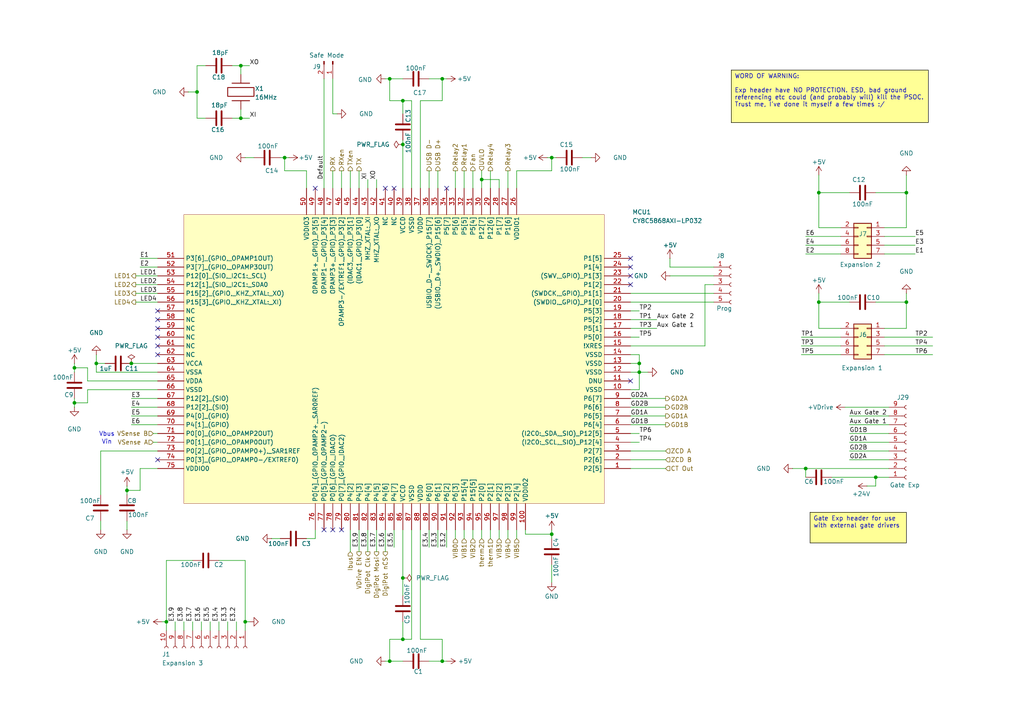
<source format=kicad_sch>
(kicad_sch (version 20231120) (generator "eeschema") (generator_version "8.0")
  (paper "A4")
  (lib_symbols
    (symbol "Connector:Conn_01x02_Pin" (pin_names (offset 1.016) hide)
      (property "Reference" "J" (at 0 2.54 0))
      (property "Value" "Conn_01x02_Pin" (at 0 -5.08 0))
      (symbol "Conn_01x02_Pin_1_1"
        (pin passive line (at 5.08 0 180) (length 3.81) (name "Pin_1") (number "1"))
        (pin passive line (at 5.08 -2.54 180) (length 3.81) (name "Pin_2") (number "2"))
      )
    )
    (symbol "Connector:Conn_01x05_Socket" (pin_names (offset 1.016) hide)
      (property "Reference" "J" (at 0 7.62 0))
      (property "Value" "Conn_01x05_Socket" (at 0 -7.62 0))
      (symbol "Conn_01x05_Socket_1_1"
        (pin passive line (at -5.08 5.08 0) (length 3.81) (name "Pin_1") (number "1"))
        (pin passive line (at -5.08 2.54 0) (length 3.81) (name "Pin_2") (number "2"))
        (pin passive line (at -5.08 0 0) (length 3.81) (name "Pin_3") (number "3"))
        (pin passive line (at -5.08 -2.54 0) (length 3.81) (name "Pin_4") (number "4"))
        (pin passive line (at -5.08 -5.08 0) (length 3.81) (name "Pin_5") (number "5"))
      )
    )
    (symbol "Connector:Conn_01x09_Socket" (pin_names (offset 1.016) hide)
      (property "Reference" "J" (at 0 12.7 0))
      (property "Value" "Conn_01x09_Socket" (at 0 -12.7 0))
      (symbol "Conn_01x09_Socket_1_1"
        (pin passive line (at -5.08 10.16 0) (length 3.81) (name "Pin_1") (number "1"))
        (pin passive line (at -5.08 7.62 0) (length 3.81) (name "Pin_2") (number "2"))
        (pin passive line (at -5.08 5.08 0) (length 3.81) (name "Pin_3") (number "3"))
        (pin passive line (at -5.08 2.54 0) (length 3.81) (name "Pin_4") (number "4"))
        (pin passive line (at -5.08 0 0) (length 3.81) (name "Pin_5") (number "5"))
        (pin passive line (at -5.08 -2.54 0) (length 3.81) (name "Pin_6") (number "6"))
        (pin passive line (at -5.08 -5.08 0) (length 3.81) (name "Pin_7") (number "7"))
        (pin passive line (at -5.08 -7.62 0) (length 3.81) (name "Pin_8") (number "8"))
        (pin passive line (at -5.08 -10.16 0) (length 3.81) (name "Pin_9") (number "9"))
      )
    )
    (symbol "Connector:Conn_01x10_Socket" (pin_names (offset 1.016) hide)
      (property "Reference" "J" (at 0 12.7 0))
      (property "Value" "Conn_01x10_Socket" (at 0 -15.24 0))
      (symbol "Conn_01x10_Socket_1_1"
        (pin passive line (at -5.08 10.16 0) (length 3.81) (name "Pin_1") (number "1"))
        (pin passive line (at -5.08 -12.7 0) (length 3.81) (name "Pin_10") (number "10"))
        (pin passive line (at -5.08 7.62 0) (length 3.81) (name "Pin_2") (number "2"))
        (pin passive line (at -5.08 5.08 0) (length 3.81) (name "Pin_3") (number "3"))
        (pin passive line (at -5.08 2.54 0) (length 3.81) (name "Pin_4") (number "4"))
        (pin passive line (at -5.08 0 0) (length 3.81) (name "Pin_5") (number "5"))
        (pin passive line (at -5.08 -2.54 0) (length 3.81) (name "Pin_6") (number "6"))
        (pin passive line (at -5.08 -5.08 0) (length 3.81) (name "Pin_7") (number "7"))
        (pin passive line (at -5.08 -7.62 0) (length 3.81) (name "Pin_8") (number "8"))
        (pin passive line (at -5.08 -10.16 0) (length 3.81) (name "Pin_9") (number "9"))
      )
    )
    (symbol "Connector_Generic:Conn_02x04_Odd_Even" (pin_names (offset 1.016) hide)
      (property "Reference" "J" (at 1.27 5.08 0))
      (property "Value" "Conn_02x04_Odd_Even" (at 1.27 -7.62 0))
      (symbol "Conn_02x04_Odd_Even_1_1"
        (pin passive line (at -5.08 2.54 0) (length 3.81) (name "Pin_1") (number "1"))
        (pin passive line (at 7.62 2.54 180) (length 3.81) (name "Pin_2") (number "2"))
        (pin passive line (at -5.08 0 0) (length 3.81) (name "Pin_3") (number "3"))
        (pin passive line (at 7.62 0 180) (length 3.81) (name "Pin_4") (number "4"))
        (pin passive line (at -5.08 -2.54 0) (length 3.81) (name "Pin_5") (number "5"))
        (pin passive line (at 7.62 -2.54 180) (length 3.81) (name "Pin_6") (number "6"))
        (pin passive line (at -5.08 -5.08 0) (length 3.81) (name "Pin_7") (number "7"))
        (pin passive line (at 7.62 -5.08 180) (length 3.81) (name "Pin_8") (number "8"))
      )
    )
    (symbol "Device:C" (pin_numbers hide) (pin_names (offset 0.254))
      (property "Reference" "C" (at 0.635 2.54 0))
      (property "Value" "C" (at 0.635 -2.54 0))
      (symbol "C_1_1"
        (pin passive line (at 0 3.81 270) (length 2.794) (name "~") (number "1"))
        (pin passive line (at 0 -3.81 90) (length 2.794) (name "~") (number "2"))
      )
    )
    (symbol "UD3_Symbols:Controller_1_Quarz crystal"
      (symbol "Controller_1_Quarz crystal_1_0"
        (pin passive line (at 0 5.08 270) (length 2.54) (name "23") (number "1"))
        (pin passive line (at 0 -5.08 90) (length 2.54) (name "24") (number "2"))
      )
    )
    (symbol "UD3_Symbols:Controller_2_CY8C5466AXI-064"
      (symbol "Controller_2_CY8C5466AXI-064_1_0"
        (pin bidirectional line (at 66.04 -27.94 180) (length 7.62) (name "P2[5]") (number "1"))
        (pin power_in line (at 66.04 -5.08 180) (length 7.62) (name "VSSD") (number "10"))
        (pin passive line (at 35.56 -45.72 90) (length 7.62) (name "VDDIO2") (number "100"))
        (pin passive line (at 66.04 -2.54 180) (length 7.62) (name "DNU") (number "11"))
        (pin power_in line (at 66.04 0 180) (length 7.62) (name "VSSD") (number "12"))
        (pin power_in line (at 66.04 2.54 180) (length 7.62) (name "VSSD") (number "13"))
        (pin power_in line (at 66.04 5.08 180) (length 7.62) (name "VSSD") (number "14"))
        (pin passive line (at 66.04 7.62 180) (length 7.62) (name "!XRES") (number "15"))
        (pin bidirectional line (at 66.04 10.16 180) (length 7.62) (name "P5[0]") (number "16"))
        (pin bidirectional line (at 66.04 12.7 180) (length 7.62) (name "P5[1]") (number "17"))
        (pin bidirectional line (at 66.04 15.24 180) (length 7.62) (name "P5[2]") (number "18"))
        (pin bidirectional line (at 66.04 17.78 180) (length 7.62) (name "P5[3]") (number "19"))
        (pin bidirectional line (at 66.04 -25.4 180) (length 7.62) (name "P2[6]") (number "2"))
        (pin bidirectional line (at 66.04 20.32 180) (length 7.62) (name "(SWDIO,_GPIO)_P1[0]") (number "20"))
        (pin bidirectional line (at 66.04 22.86 180) (length 7.62) (name "(SWDCK,_GPIO)_P1[1]") (number "21"))
        (pin bidirectional line (at 66.04 25.4 180) (length 7.62) (name "P1[2]") (number "22"))
        (pin bidirectional line (at 66.04 27.94 180) (length 7.62) (name "(SWV,_GPIO)_P1[3]") (number "23"))
        (pin bidirectional line (at 66.04 30.48 180) (length 7.62) (name "P1[4]") (number "24"))
        (pin bidirectional line (at 66.04 33.02 180) (length 7.62) (name "P1[5]") (number "25"))
        (pin power_in line (at 33.02 53.34 270) (length 7.62) (name "VDDIO1") (number "26"))
        (pin bidirectional line (at 30.48 53.34 270) (length 7.62) (name "P1[6]") (number "27"))
        (pin bidirectional line (at 27.94 53.34 270) (length 7.62) (name "P1[7]") (number "28"))
        (pin bidirectional line (at 25.4 53.34 270) (length 7.62) (name "P12[6]") (number "29"))
        (pin bidirectional line (at 66.04 -22.86 180) (length 7.62) (name "P2[7]") (number "3"))
        (pin bidirectional line (at 22.86 53.34 270) (length 7.62) (name "P12[7]") (number "30"))
        (pin bidirectional line (at 20.32 53.34 270) (length 7.62) (name "P5[4]") (number "31"))
        (pin bidirectional line (at 17.78 53.34 270) (length 7.62) (name "P5[5]") (number "32"))
        (pin bidirectional line (at 15.24 53.34 270) (length 7.62) (name "P5[6]") (number "33"))
        (pin bidirectional line (at 12.7 53.34 270) (length 7.62) (name "P5[7]") (number "34"))
        (pin bidirectional line (at 10.16 53.34 270) (length 7.62) (name "(USBIO,_D+,_SWDIO)_P15[6]") (number "35"))
        (pin bidirectional line (at 7.62 53.34 270) (length 7.62) (name "USBIO,_D-,_SWDCK)_P15[7]") (number "36"))
        (pin power_in line (at 5.08 53.34 270) (length 7.62) (name "VDDD") (number "37"))
        (pin power_in line (at 2.54 53.34 270) (length 7.62) (name "VSSD") (number "38"))
        (pin power_in line (at 0 53.34 270) (length 7.62) (name "VCCD") (number "39"))
        (pin bidirectional line (at 66.04 -20.32 180) (length 7.62) (name "(I2C0:_SCL,_SIO)_P12[4]") (number "4"))
        (pin passive line (at -2.54 53.34 270) (length 7.62) (name "NC") (number "40"))
        (pin passive line (at -5.08 53.34 270) (length 7.62) (name "NC") (number "41"))
        (pin passive line (at -7.62 53.34 270) (length 7.62) (name "MHZ_XTAL:_XO") (number "42"))
        (pin passive line (at -10.16 53.34 270) (length 7.62) (name "MHZ_XTAL:_XI") (number "43"))
        (pin bidirectional line (at -12.7 53.34 270) (length 7.62) (name "(IDAC1,_GPIO)_P3[0]") (number "44"))
        (pin bidirectional line (at -15.24 53.34 270) (length 7.62) (name "(IDAC3,_GPIO)_P3[1]") (number "45"))
        (pin bidirectional line (at -17.78 53.34 270) (length 7.62) (name "OPAMP3-/EXTREF1,_GPIO)_P3[2]") (number "46"))
        (pin bidirectional line (at -20.32 53.34 270) (length 7.62) (name "OPAMP3+,_GPIO)_P3[3]") (number "47"))
        (pin bidirectional line (at -22.86 53.34 270) (length 7.62) (name "OPAMP1-,_GPIO)_P3[4]") (number "48"))
        (pin bidirectional line (at -25.4 53.34 270) (length 7.62) (name "OPAMP1+,_GPIO)_P3[5]") (number "49"))
        (pin bidirectional line (at 66.04 -17.78 180) (length 7.62) (name "(I2C0:_SDA,_SIO)_P12[5]") (number "5"))
        (pin power_in line (at -27.94 53.34 270) (length 7.62) (name "VDDIO3") (number "50"))
        (pin bidirectional line (at -71.12 33.02 0) (length 7.62) (name "P3[6]_(GPIO,_OPAMP1OUT)") (number "51"))
        (pin bidirectional line (at -71.12 30.48 0) (length 7.62) (name "P3[7]_(GPIO,_OPAMP3OUT)") (number "52"))
        (pin bidirectional line (at -71.12 27.94 0) (length 7.62) (name "P12[0]_(SIO,_I2C1:_SCL)") (number "53"))
        (pin bidirectional line (at -71.12 25.4 0) (length 7.62) (name "P12[1]_(SIO,_I2C1:_SDA0") (number "54"))
        (pin bidirectional line (at -71.12 22.86 0) (length 7.62) (name "P15[2]_(GPIO,_KHZ_XTAL:_XO)") (number "55"))
        (pin bidirectional line (at -71.12 20.32 0) (length 7.62) (name "P15[3]_(GPIO,_KHZ_XTAL:_XI)") (number "56"))
        (pin passive line (at -71.12 17.78 0) (length 7.62) (name "NC") (number "57"))
        (pin passive line (at -71.12 15.24 0) (length 7.62) (name "NC") (number "58"))
        (pin passive line (at -71.12 12.7 0) (length 7.62) (name "NC") (number "59"))
        (pin bidirectional line (at 66.04 -15.24 180) (length 7.62) (name "P6[4]") (number "6"))
        (pin passive line (at -71.12 10.16 0) (length 7.62) (name "NC") (number "60"))
        (pin passive line (at -71.12 7.62 0) (length 7.62) (name "NC") (number "61"))
        (pin passive line (at -71.12 5.08 0) (length 7.62) (name "NC") (number "62"))
        (pin power_in line (at -71.12 2.54 0) (length 7.62) (name "VCCA") (number "63"))
        (pin power_in line (at -71.12 0 0) (length 7.62) (name "VSSA") (number "64"))
        (pin power_in line (at -71.12 -2.54 0) (length 7.62) (name "VDDA") (number "65"))
        (pin power_in line (at -71.12 -5.08 0) (length 7.62) (name "VSSD") (number "66"))
        (pin bidirectional line (at -71.12 -7.62 0) (length 7.62) (name "P12[2]_(SIO)") (number "67"))
        (pin bidirectional line (at -71.12 -10.16 0) (length 7.62) (name "P12[2]_(SIO)") (number "68"))
        (pin bidirectional line (at -71.12 -12.7 0) (length 7.62) (name "P4[0]_(GPIO)") (number "69"))
        (pin bidirectional line (at 66.04 -12.7 180) (length 7.62) (name "P6[5]") (number "7"))
        (pin bidirectional line (at -71.12 -15.24 0) (length 7.62) (name "P4[1]_(GPIO)") (number "70"))
        (pin bidirectional line (at -71.12 -17.78 0) (length 7.62) (name "P0[0]_(GPIO,_OPAMP2OUT)") (number "71"))
        (pin bidirectional line (at -71.12 -20.32 0) (length 7.62) (name "P0[1]_(GPIO,_OPAMP0OUT)") (number "72"))
        (pin bidirectional line (at -71.12 -22.86 0) (length 7.62) (name "P0[2]_(GPIO,_OPAMP0+),_SAR1REF") (number "73"))
        (pin bidirectional line (at -71.12 -25.4 0) (length 7.62) (name "P0[3]_(GPIO,_OPAMP0-/EXTREF0)") (number "74"))
        (pin power_in line (at -71.12 -27.94 0) (length 7.62) (name "VDDIO0") (number "75"))
        (pin bidirectional line (at -25.4 -45.72 90) (length 7.62) (name "P0[4]_(GPIO,_OPAMP2+,_SAR0REF)") (number "76"))
        (pin bidirectional line (at -22.86 -45.72 90) (length 7.62) (name "P0[5]_(GPIO,_OPAMP2-)") (number "77"))
        (pin bidirectional line (at -20.32 -45.72 90) (length 7.62) (name "P0[6]_(GPIO,_IDAC0)") (number "78"))
        (pin bidirectional line (at -17.78 -45.72 90) (length 7.62) (name "P0[7]_(GPIO,_IDAC2)") (number "79"))
        (pin bidirectional line (at 66.04 -10.16 180) (length 7.62) (name "P6[6]") (number "8"))
        (pin bidirectional line (at -15.24 -45.72 90) (length 7.62) (name "P4[2]") (number "80"))
        (pin bidirectional line (at -12.7 -45.72 90) (length 7.62) (name "P4[3]") (number "81"))
        (pin bidirectional line (at -10.16 -45.72 90) (length 7.62) (name "P4[4]") (number "82"))
        (pin bidirectional line (at -7.62 -45.72 90) (length 7.62) (name "P4[5]") (number "83"))
        (pin bidirectional line (at -5.08 -45.72 90) (length 7.62) (name "P4[6]") (number "84"))
        (pin bidirectional line (at -2.54 -45.72 90) (length 7.62) (name "P4[7]") (number "85"))
        (pin power_in line (at 0 -45.72 90) (length 7.62) (name "VCCD") (number "86"))
        (pin power_in line (at 2.54 -45.72 90) (length 7.62) (name "VSSD") (number "87"))
        (pin power_in line (at 5.08 -45.72 90) (length 7.62) (name "VDDD") (number "88"))
        (pin bidirectional line (at 7.62 -45.72 90) (length 7.62) (name "P6[0]") (number "89"))
        (pin bidirectional line (at 66.04 -7.62 180) (length 7.62) (name "P6[7]") (number "9"))
        (pin bidirectional line (at 10.16 -45.72 90) (length 7.62) (name "P6[1]") (number "90"))
        (pin bidirectional line (at 12.7 -45.72 90) (length 7.62) (name "P6[2]") (number "91"))
        (pin bidirectional line (at 15.24 -45.72 90) (length 7.62) (name "P6[3]") (number "92"))
        (pin bidirectional line (at 17.78 -45.72 90) (length 7.62) (name "P15[4]") (number "93"))
        (pin bidirectional line (at 20.32 -45.72 90) (length 7.62) (name "P15[5]") (number "94"))
        (pin bidirectional line (at 22.86 -45.72 90) (length 7.62) (name "P2[0]") (number "95"))
        (pin bidirectional line (at 25.4 -45.72 90) (length 7.62) (name "P2[1]") (number "96"))
        (pin bidirectional line (at 27.94 -45.72 90) (length 7.62) (name "P2[2]") (number "97"))
        (pin bidirectional line (at 30.48 -45.72 90) (length 7.62) (name "P2[3]") (number "98"))
        (pin bidirectional line (at 33.02 -45.72 90) (length 7.62) (name "P2[4]") (number "99"))
      )
    )
    (symbol "power:+24V" (power) (pin_numbers hide) (pin_names (offset 0) hide)
      (property "Value" "+24V" (at 0 3.556 0))
      (symbol "+24V_1_1"
        (pin power_in line (at 0 0 90) (length 0) (name "~") (number "1"))
      )
    )
    (symbol "power:+5V" (power) (pin_numbers hide) (pin_names (offset 0) hide)
      (property "Value" "+5V" (at 0 3.556 0))
      (symbol "+5V_1_1"
        (pin power_in line (at 0 0 90) (length 0) (name "~") (number "1"))
      )
    )
    (symbol "power:GND" (power) (pin_numbers hide) (pin_names (offset 0) hide)
      (property "Value" "GND" (at 0 -3.81 0))
      (symbol "GND_1_1"
        (pin power_in line (at 0 0 270) (length 0) (name "~") (number "1"))
      )
    )
    (symbol "power:PWR_FLAG" (power) (pin_numbers hide) (pin_names (offset 0) hide)
      (property "Value" "PWR_FLAG" (at 0 3.81 0))
      (symbol "PWR_FLAG_0_0"
        (pin power_out line (at 0 0 90) (length 0) (name "~") (number "1"))
      )
    )
    (symbol "power:Vdrive" (power) (pin_numbers hide) (pin_names (offset 0) hide)
      (property "Value" "Vdrive" (at 0 3.556 0))
      (symbol "Vdrive_1_1"
        (pin power_in line (at 0 0 90) (length 0) (name "~") (number "1"))
      )
    )
  )
  (junction (at 27.94 105.41))
  (junction (at 262.89 87.63))
  (junction (at 128.27 22.86))
  (junction (at 185.42 107.95))
  (junction (at 21.59 106.68))
  (junction (at 116.84 185.42))
  (junction (at 113.03 191.77))
  (junction (at 71.12 180.34))
  (junction (at 57.15 26.67))
  (junction (at 160.02 45.72))
  (junction (at 237.49 87.63))
  (junction (at 254 138.43))
  (junction (at 116.84 41.91))
  (junction (at 185.42 105.41))
  (junction (at 38.1 105.41))
  (junction (at 116.84 167.64))
  (junction (at 113.03 22.86))
  (junction (at 82.55 45.72))
  (junction (at 128.27 191.77))
  (junction (at 21.59 116.84))
  (junction (at 116.84 29.21))
  (junction (at 160.02 154.94))
  (junction (at 69.85 19.05))
  (junction (at 237.49 55.88))
  (junction (at 262.89 55.88))
  (junction (at 69.85 34.29))
  (junction (at 139.7 52.07))
  (junction (at 48.26 180.34))
  (junction (at 36.83 142.24))
  (junction (at 233.68 135.89))
  (no_connect (at 45.72 102.87))
  (no_connect (at 111.76 54.61))
  (no_connect (at 114.3 54.61))
  (no_connect (at 93.98 153.67))
  (no_connect (at 129.54 54.61))
  (no_connect (at 182.88 110.49))
  (no_connect (at 182.88 74.93))
  (no_connect (at 45.72 100.33))
  (no_connect (at 96.52 153.67))
  (no_connect (at 182.88 82.55))
  (no_connect (at 99.06 153.67))
  (no_connect (at 45.72 90.17))
  (no_connect (at 45.72 133.35))
  (no_connect (at 91.44 54.61))
  (no_connect (at 182.88 80.01))
  (no_connect (at 45.72 95.25))
  (no_connect (at 45.72 92.71))
  (no_connect (at 45.72 97.79))
  (no_connect (at 182.88 77.47))
  (wire (pts (xy 119.38 29.21) (xy 116.84 29.21)))
  (wire (pts (xy 187.96 107.95) (xy 185.42 107.95)))
  (wire (pts (xy 96.52 22.86) (xy 96.52 33.02)))
  (wire (pts (xy 237.49 50.8) (xy 237.49 55.88)))
  (wire (pts (xy 69.85 21.59) (xy 69.85 19.05)))
  (wire (pts (xy 257.81 128.27) (xy 246.38 128.27)))
  (wire (pts (xy 57.15 34.29) (xy 59.69 34.29)))
  (wire (pts (xy 190.5 95.25) (xy 182.88 95.25)))
  (wire (pts (xy 254 87.63) (xy 262.89 87.63)))
  (wire (pts (xy 134.62 54.61) (xy 134.62 49.53)))
  (wire (pts (xy 111.76 153.67) (xy 111.76 160.02)))
  (wire (pts (xy 142.24 54.61) (xy 142.24 49.53)))
  (wire (pts (xy 78.74 156.21) (xy 81.28 156.21)))
  (wire (pts (xy 66.04 180.34) (xy 66.04 182.88)))
  (wire (pts (xy 254 55.88) (xy 262.89 55.88)))
  (wire (pts (xy 256.54 97.79) (xy 270.51 97.79)))
  (wire (pts (xy 121.92 29.21) (xy 121.92 54.61)))
  (wire (pts (xy 262.89 55.88) (xy 262.89 66.04)))
  (wire (pts (xy 149.86 156.21) (xy 149.86 153.67)))
  (wire (pts (xy 57.15 19.05) (xy 57.15 26.67)))
  (wire (pts (xy 182.88 135.89) (xy 193.04 135.89)))
  (wire (pts (xy 72.39 34.29) (xy 69.85 34.29)))
  (wire (pts (xy 36.83 142.24) (xy 40.64 142.24)))
  (wire (pts (xy 29.21 153.67) (xy 29.21 151.13)))
  (wire (pts (xy 96.52 49.53) (xy 96.52 54.61)))
  (wire (pts (xy 144.78 52.07) (xy 139.7 52.07)))
  (wire (pts (xy 232.41 97.79) (xy 243.84 97.79)))
  (wire (pts (xy 71.12 162.56) (xy 71.12 180.34)))
  (wire (pts (xy 232.41 100.33) (xy 243.84 100.33)))
  (wire (pts (xy 229.87 135.89) (xy 233.68 135.89)))
  (wire (pts (xy 256.54 102.87) (xy 270.51 102.87)))
  (wire (pts (xy 265.43 73.66) (xy 256.54 73.66)))
  (wire (pts (xy 27.94 105.41) (xy 30.48 105.41)))
  (wire (pts (xy 50.8 182.88) (xy 50.8 180.34)))
  (wire (pts (xy 48.26 162.56) (xy 48.26 180.34)))
  (wire (pts (xy 182.88 90.17) (xy 185.42 90.17)))
  (wire (pts (xy 137.16 156.21) (xy 137.16 153.67)))
  (wire (pts (xy 67.31 34.29) (xy 69.85 34.29)))
  (wire (pts (xy 109.22 52.07) (xy 109.22 54.61)))
  (wire (pts (xy 68.58 180.34) (xy 68.58 182.88)))
  (wire (pts (xy 60.96 180.34) (xy 60.96 182.88)))
  (wire (pts (xy 45.72 80.01) (xy 39.37 80.01)))
  (wire (pts (xy 63.5 162.56) (xy 71.12 162.56)))
  (wire (pts (xy 40.64 142.24) (xy 40.64 135.89)))
  (wire (pts (xy 21.59 106.68) (xy 21.59 107.95)))
  (wire (pts (xy 124.46 22.86) (xy 128.27 22.86)))
  (wire (pts (xy 193.04 115.57) (xy 182.88 115.57)))
  (wire (pts (xy 45.72 113.03) (xy 25.4 113.03)))
  (wire (pts (xy 142.24 153.67) (xy 142.24 156.21)))
  (wire (pts (xy 116.84 41.91) (xy 116.84 54.61)))
  (wire (pts (xy 104.14 49.53) (xy 104.14 54.61)))
  (wire (pts (xy 38.1 105.41) (xy 45.72 105.41)))
  (wire (pts (xy 45.72 118.11) (xy 38.1 118.11)))
  (wire (pts (xy 262.89 87.63) (xy 262.89 85.09)))
  (wire (pts (xy 119.38 54.61) (xy 119.38 29.21)))
  (wire (pts (xy 113.03 191.77) (xy 116.84 191.77)))
  (wire (pts (xy 93.98 22.86) (xy 93.98 54.61)))
  (wire (pts (xy 182.88 102.87) (xy 185.42 102.87)))
  (wire (pts (xy 116.84 29.21) (xy 116.84 33.02)))
  (wire (pts (xy 265.43 68.58) (xy 256.54 68.58)))
  (wire (pts (xy 246.38 55.88) (xy 237.49 55.88)))
  (wire (pts (xy 237.49 87.63) (xy 237.49 95.25)))
  (wire (pts (xy 58.42 180.34) (xy 58.42 182.88)))
  (wire (pts (xy 204.47 100.33) (xy 204.47 82.55)))
  (wire (pts (xy 193.04 120.65) (xy 182.88 120.65)))
  (wire (pts (xy 147.32 54.61) (xy 147.32 49.53)))
  (wire (pts (xy 124.46 54.61) (xy 124.46 49.53)))
  (wire (pts (xy 71.12 180.34) (xy 72.39 180.34)))
  (wire (pts (xy 72.39 19.05) (xy 69.85 19.05)))
  (wire (pts (xy 45.72 125.73) (xy 44.45 125.73)))
  (wire (pts (xy 96.52 33.02) (xy 97.79 33.02)))
  (wire (pts (xy 39.37 82.55) (xy 45.72 82.55)))
  (wire (pts (xy 63.5 180.34) (xy 63.5 182.88)))
  (wire (pts (xy 113.03 22.86) (xy 116.84 22.86)))
  (wire (pts (xy 149.86 49.53) (xy 149.86 54.61)))
  (wire (pts (xy 144.78 156.21) (xy 144.78 153.67)))
  (wire (pts (xy 48.26 180.34) (xy 46.99 180.34)))
  (wire (pts (xy 232.41 102.87) (xy 243.84 102.87)))
  (wire (pts (xy 246.38 120.65) (xy 257.81 120.65)))
  (wire (pts (xy 233.68 71.12) (xy 243.84 71.12)))
  (wire (pts (xy 48.26 182.88) (xy 48.26 180.34)))
  (wire (pts (xy 45.72 120.65) (xy 38.1 120.65)))
  (wire (pts (xy 193.04 118.11) (xy 182.88 118.11)))
  (wire (pts (xy 233.68 135.89) (xy 257.81 135.89)))
  (wire (pts (xy 194.31 80.01) (xy 207.01 80.01)))
  (wire (pts (xy 124.46 191.77) (xy 128.27 191.77)))
  (wire (pts (xy 116.84 40.64) (xy 116.84 41.91)))
  (wire (pts (xy 237.49 66.04) (xy 243.84 66.04)))
  (wire (pts (xy 149.86 49.53) (xy 160.02 49.53)))
  (wire (pts (xy 182.88 107.95) (xy 185.42 107.95)))
  (wire (pts (xy 116.84 167.64) (xy 116.84 153.67)))
  (wire (pts (xy 185.42 113.03) (xy 182.88 113.03)))
  (wire (pts (xy 257.81 125.73) (xy 246.38 125.73)))
  (wire (pts (xy 182.88 100.33) (xy 204.47 100.33)))
  (wire (pts (xy 182.88 128.27) (xy 185.42 128.27)))
  (wire (pts (xy 160.02 156.21) (xy 160.02 154.94)))
  (wire (pts (xy 182.88 105.41) (xy 185.42 105.41)))
  (wire (pts (xy 182.88 85.09) (xy 207.01 85.09)))
  (wire (pts (xy 128.27 191.77) (xy 128.27 185.42)))
  (wire (pts (xy 55.88 180.34) (xy 55.88 182.88)))
  (wire (pts (xy 139.7 49.53) (xy 139.7 52.07)))
  (wire (pts (xy 182.88 97.79) (xy 185.42 97.79)))
  (wire (pts (xy 116.84 185.42) (xy 116.84 180.34)))
  (wire (pts (xy 185.42 105.41) (xy 185.42 107.95)))
  (wire (pts (xy 185.42 107.95) (xy 185.42 113.03)))
  (wire (pts (xy 160.02 45.72) (xy 160.02 49.53)))
  (wire (pts (xy 45.72 85.09) (xy 39.37 85.09)))
  (wire (pts (xy 233.68 68.58) (xy 243.84 68.58)))
  (wire (pts (xy 25.4 110.49) (xy 45.72 110.49)))
  (wire (pts (xy 116.84 172.72) (xy 116.84 167.64)))
  (wire (pts (xy 53.34 180.34) (xy 53.34 182.88)))
  (wire (pts (xy 21.59 106.68) (xy 25.4 106.68)))
  (wire (pts (xy 139.7 153.67) (xy 139.7 156.21)))
  (wire (pts (xy 54.61 26.67) (xy 57.15 26.67)))
  (wire (pts (xy 45.72 115.57) (xy 38.1 115.57)))
  (wire (pts (xy 182.88 87.63) (xy 207.01 87.63)))
  (wire (pts (xy 121.92 185.42) (xy 121.92 153.67)))
  (wire (pts (xy 256.54 100.33) (xy 270.51 100.33)))
  (wire (pts (xy 147.32 156.21) (xy 147.32 153.67)))
  (wire (pts (xy 25.4 106.68) (xy 25.4 110.49)))
  (wire (pts (xy 237.49 85.09) (xy 237.49 87.63)))
  (wire (pts (xy 29.21 143.51) (xy 29.21 130.81)))
  (wire (pts (xy 137.16 54.61) (xy 137.16 49.53)))
  (wire (pts (xy 139.7 52.07) (xy 139.7 54.61)))
  (wire (pts (xy 237.49 55.88) (xy 237.49 66.04)))
  (wire (pts (xy 128.27 29.21) (xy 121.92 29.21)))
  (wire (pts (xy 109.22 153.67) (xy 109.22 160.02)))
  (wire (pts (xy 113.03 29.21) (xy 113.03 22.86)))
  (wire (pts (xy 45.72 123.19) (xy 38.1 123.19)))
  (wire (pts (xy 144.78 54.61) (xy 144.78 52.07)))
  (wire (pts (xy 27.94 107.95) (xy 27.94 105.41)))
  (wire (pts (xy 182.88 125.73) (xy 185.42 125.73)))
  (wire (pts (xy 251.46 140.97) (xy 254 140.97)))
  (wire (pts (xy 254 140.97) (xy 254 138.43)))
  (wire (pts (xy 114.3 158.75) (xy 114.3 153.67)))
  (wire (pts (xy 204.47 82.55) (xy 207.01 82.55)))
  (wire (pts (xy 182.88 133.35) (xy 193.04 133.35)))
  (wire (pts (xy 127 158.75) (xy 127 153.67)))
  (wire (pts (xy 104.14 153.67) (xy 104.14 160.02)))
  (wire (pts (xy 127 49.53) (xy 127 54.61)))
  (wire (pts (xy 160.02 154.94) (xy 160.02 153.67)))
  (wire (pts (xy 245.11 118.11) (xy 257.81 118.11)))
  (wire (pts (xy 171.45 45.72) (xy 168.91 45.72)))
  (wire (pts (xy 111.76 191.77) (xy 113.03 191.77)))
  (wire (pts (xy 36.83 143.51) (xy 36.83 142.24)))
  (wire (pts (xy 257.81 133.35) (xy 246.38 133.35)))
  (wire (pts (xy 160.02 168.91) (xy 160.02 163.83)))
  (wire (pts (xy 21.59 118.11) (xy 21.59 116.84)))
  (wire (pts (xy 194.31 74.93) (xy 194.31 77.47)))
  (wire (pts (xy 254 138.43) (xy 257.81 138.43)))
  (wire (pts (xy 21.59 105.41) (xy 21.59 106.68)))
  (wire (pts (xy 116.84 29.21) (xy 113.03 29.21)))
  (wire (pts (xy 254 138.43) (xy 241.3 138.43)))
  (wire (pts (xy 233.68 138.43) (xy 233.68 135.89)))
  (wire (pts (xy 129.54 191.77) (xy 128.27 191.77)))
  (wire (pts (xy 161.29 45.72) (xy 160.02 45.72)))
  (wire (pts (xy 99.06 49.53) (xy 99.06 54.61)))
  (wire (pts (xy 55.88 162.56) (xy 48.26 162.56)))
  (wire (pts (xy 194.31 77.47) (xy 207.01 77.47)))
  (wire (pts (xy 129.54 158.75) (xy 129.54 153.67)))
  (wire (pts (xy 36.83 153.67) (xy 36.83 151.13)))
  (wire (pts (xy 152.4 154.94) (xy 160.02 154.94)))
  (wire (pts (xy 237.49 95.25) (xy 243.84 95.25)))
  (wire (pts (xy 233.68 73.66) (xy 243.84 73.66)))
  (wire (pts (xy 256.54 95.25) (xy 262.89 95.25)))
  (wire (pts (xy 45.72 107.95) (xy 27.94 107.95)))
  (wire (pts (xy 91.44 156.21) (xy 91.44 153.67)))
  (wire (pts (xy 88.9 49.53) (xy 88.9 54.61)))
  (wire (pts (xy 132.08 49.53) (xy 132.08 54.61)))
  (wire (pts (xy 113.03 185.42) (xy 116.84 185.42)))
  (wire (pts (xy 29.21 130.81) (xy 45.72 130.81)))
  (wire (pts (xy 106.68 153.67) (xy 106.68 160.02)))
  (wire (pts (xy 128.27 22.86) (xy 128.27 29.21)))
  (wire (pts (xy 152.4 153.67) (xy 152.4 154.94)))
  (wire (pts (xy 88.9 156.21) (xy 91.44 156.21)))
  (wire (pts (xy 81.28 45.72) (xy 82.55 45.72)))
  (wire (pts (xy 257.81 130.81) (xy 246.38 130.81)))
  (wire (pts (xy 59.69 19.05) (xy 57.15 19.05)))
  (wire (pts (xy 262.89 95.25) (xy 262.89 87.63)))
  (wire (pts (xy 132.08 156.21) (xy 132.08 153.67)))
  (wire (pts (xy 71.12 45.72) (xy 73.66 45.72)))
  (wire (pts (xy 21.59 116.84) (xy 21.59 115.57)))
  (wire (pts (xy 101.6 153.67) (xy 101.6 160.02)))
  (wire (pts (xy 45.72 77.47) (xy 40.64 77.47)))
  (wire (pts (xy 182.88 130.81) (xy 193.04 130.81)))
  (wire (pts (xy 116.84 185.42) (xy 119.38 185.42)))
  (wire (pts (xy 82.55 49.53) (xy 88.9 49.53)))
  (wire (pts (xy 246.38 123.19) (xy 257.81 123.19)))
  (wire (pts (xy 111.76 22.86) (xy 113.03 22.86)))
  (wire (pts (xy 185.42 102.87) (xy 185.42 105.41)))
  (wire (pts (xy 193.04 123.19) (xy 182.88 123.19)))
  (wire (pts (xy 69.85 34.29) (xy 69.85 31.75)))
  (wire (pts (xy 129.54 22.86) (xy 128.27 22.86)))
  (wire (pts (xy 119.38 185.42) (xy 119.38 153.67)))
  (wire (pts (xy 25.4 116.84) (xy 21.59 116.84)))
  (wire (pts (xy 39.37 87.63) (xy 45.72 87.63)))
  (wire (pts (xy 71.12 182.88) (xy 71.12 180.34)))
  (wire (pts (xy 124.46 158.75) (xy 124.46 153.67)))
  (wire (pts (xy 106.68 52.07) (xy 106.68 54.61)))
  (wire (pts (xy 27.94 102.87) (xy 27.94 105.41)))
  (wire (pts (xy 69.85 19.05) (xy 67.31 19.05)))
  (wire (pts (xy 262.89 50.8) (xy 262.89 55.88)))
  (wire (pts (xy 160.02 45.72) (xy 158.75 45.72)))
  (wire (pts (xy 262.89 66.04) (xy 256.54 66.04)))
  (wire (pts (xy 82.55 45.72) (xy 82.55 49.53)))
  (wire (pts (xy 113.03 191.77) (xy 113.03 185.42)))
  (wire (pts (xy 25.4 113.03) (xy 25.4 116.84)))
  (wire (pts (xy 40.64 135.89) (xy 45.72 135.89)))
  (wire (pts (xy 82.55 45.72) (xy 83.82 45.72)))
  (wire (pts (xy 45.72 74.93) (xy 40.64 74.93)))
  (wire (pts (xy 246.38 87.63) (xy 237.49 87.63)))
  (wire (pts (xy 36.83 142.24) (xy 36.83 140.97)))
  (wire (pts (xy 134.62 156.21) (xy 134.62 153.67)))
  (wire (pts (xy 190.5 92.71) (xy 182.88 92.71)))
  (wire (pts (xy 45.72 128.27) (xy 44.45 128.27)))
  (wire (pts (xy 128.27 185.42) (xy 121.92 185.42)))
  (wire (pts (xy 101.6 49.53) (xy 101.6 54.61)))
  (wire (pts (xy 265.43 71.12) (xy 256.54 71.12)))
  (wire (pts (xy 57.15 26.67) (xy 57.15 34.29)))
  (text_box "WORD OF WARNING:\n\nExp header have NO PROTECTION. ESD, bad ground referencing etc could (and probably will) kill the PSOC. Trust me, I've done it myself a few times :/" (at 212.09 20.32 0) (size 57.15 15.24) (stroke (width 0) (color 0 0 0 1)) (fill (type color) (color 255 255 150 1)) (effects (font (size 1.27 1.27)) (justify left top)))
  (text_box "Gate Exp header for use with external gate drivers" (at 234.95 148.59 0) (size 27.94 8.89) (stroke (width 0) (color 0 0 0 1)) (fill (type color) (color 255 255 150 1)) (effects (font (size 1.27 1.27)) (justify left top)))
  (text "Vbus" (at 30.988 125.984 0) (effects (font (size 1.27 1.27))))
  (text "Vin" (at 30.988 128.27 0) (effects (font (size 1.27 1.27))))
  (label "E3.6" (at 58.42 180.34 90))
  (label "E4" (at 38.1 118.11 0))
  (label "TP6" (at 265.43 102.87 0))
  (label "E3.4" (at 124.46 158.75 90))
  (label "E5" (at 38.1 120.65 0))
  (label "TP3" (at 185.42 95.25 0))
  (label "GD2A" (at 182.88 115.57 0))
  (label "E3.7" (at 55.88 180.34 90))
  (label "E3.5" (at 114.3 158.75 90))
  (label "E3.4" (at 63.5 180.34 90))
  (label "TP2" (at 265.43 97.79 0))
  (label "TP6" (at 185.42 125.73 0))
  (label "Aux Gate 2" (at 190.5 92.71 0))
  (label "E6" (at 233.68 68.58 0))
  (label "XI" (at 106.68 52.07 90))
  (label "E3.2" (at 68.58 180.34 90))
  (label "Default" (at 93.98 52.07 90))
  (label "E5" (at 265.43 68.58 0))
  (label "XO" (at 72.39 19.05 0))
  (label "E3.8" (at 53.34 180.34 90))
  (label "TP5" (at 232.41 102.87 0))
  (label "XI" (at 72.39 34.29 0))
  (label "E3.8" (at 106.68 158.75 90))
  (label "Aux Gate 1" (at 246.38 123.19 0))
  (label "GD2A" (at 246.38 133.35 0))
  (label "LED1" (at 40.64 80.01 0))
  (label "GD2B" (at 246.38 130.81 0))
  (label "E3" (at 38.1 115.57 0))
  (label "TP1" (at 185.42 92.71 0))
  (label "E3.3" (at 66.04 180.34 90))
  (label "E2" (at 233.68 73.66 0))
  (label "GD1B" (at 246.38 125.73 0))
  (label "TP3" (at 232.41 100.33 0))
  (label "Aux Gate 2" (at 246.38 120.65 0))
  (label "LED3" (at 40.64 85.09 0))
  (label "LED2" (at 40.64 82.55 0))
  (label "LED4" (at 40.64 87.63 0))
  (label "E4" (at 233.68 71.12 0))
  (label "E3.3" (at 127 158.75 90))
  (label "E3.7" (at 109.22 158.75 90))
  (label "E3.6" (at 111.76 158.75 90))
  (label "E3.5" (at 60.96 180.34 90))
  (label "TP1" (at 232.41 97.79 0))
  (label "E2" (at 40.64 77.47 0))
  (label "E3.9" (at 104.14 158.75 90))
  (label "XO" (at 109.22 52.07 90))
  (label "E1" (at 265.43 73.66 0))
  (label "TP4" (at 185.42 128.27 0))
  (label "Aux Gate 1" (at 190.5 95.25 0))
  (label "E1" (at 40.64 74.93 0))
  (label "TP4" (at 265.43 100.33 0))
  (label "GD1B" (at 182.88 123.19 0))
  (label "E3.9" (at 50.8 180.34 90))
  (label "E3" (at 265.43 71.12 0))
  (label "TP2" (at 185.42 90.17 0))
  (label "E6" (at 38.1 123.19 0))
  (label "GD1A" (at 246.38 128.27 0))
  (label "E3.2" (at 129.54 158.75 90))
  (label "TP5" (at 185.42 97.79 0))
  (label "GD2B" (at 182.88 118.11 0))
  (label "GD1A" (at 182.88 120.65 0))
  (hierarchical_label "Fan" (shape output) (at 137.16 49.53 90))
  (hierarchical_label "LED2" (shape output) (at 39.37 82.55 180))
  (hierarchical_label "VIB5" (shape input) (at 149.86 156.21 270))
  (hierarchical_label "DigiPot nCS" (shape output) (at 111.76 160.02 270))
  (hierarchical_label "therm1" (shape input) (at 142.24 156.21 270))
  (hierarchical_label "Relay3" (shape output) (at 147.32 49.53 90))
  (hierarchical_label "LED1" (shape output) (at 39.37 80.01 180))
  (hierarchical_label "DigiPot Clk" (shape output) (at 106.68 160.02 270))
  (hierarchical_label "VSense B" (shape input) (at 44.45 125.73 180))
  (hierarchical_label "GD2A" (shape output) (at 193.04 115.57 0))
  (hierarchical_label "TXen" (shape output) (at 101.6 49.53 90))
  (hierarchical_label "VIB1" (shape input) (at 134.62 156.21 270))
  (hierarchical_label "VDrive EN" (shape output) (at 104.14 160.02 270))
  (hierarchical_label "VIB3" (shape input) (at 144.78 156.21 270))
  (hierarchical_label "VIB2" (shape input) (at 137.16 156.21 270))
  (hierarchical_label "LED4" (shape output) (at 39.37 87.63 180))
  (hierarchical_label "VIB0" (shape input) (at 132.08 156.21 270))
  (hierarchical_label "UVLO" (shape input) (at 139.7 49.53 90))
  (hierarchical_label "GD1B" (shape output) (at 193.04 123.19 0))
  (hierarchical_label "therm2" (shape input) (at 139.7 156.21 270))
  (hierarchical_label "VSense A" (shape input) (at 44.45 128.27 180))
  (hierarchical_label "DigiPot Mosi" (shape output) (at 109.22 160.02 270))
  (hierarchical_label "RXen" (shape output) (at 99.06 49.53 90))
  (hierarchical_label "ZCD B" (shape input) (at 193.04 133.35 0))
  (hierarchical_label "USB D-" (shape output) (at 124.46 49.53 90))
  (hierarchical_label "CT Out" (shape input) (at 193.04 135.89 0))
  (hierarchical_label "RX" (shape output) (at 96.52 49.53 90))
  (hierarchical_label "USB D+" (shape output) (at 127 49.53 90))
  (hierarchical_label "VIB4" (shape input) (at 147.32 156.21 270))
  (hierarchical_label "TX" (shape output) (at 104.14 49.53 90))
  (hierarchical_label "Relay4" (shape output) (at 142.24 49.53 90))
  (hierarchical_label "Relay2" (shape output) (at 132.08 49.53 90))
  (hierarchical_label "Relay1" (shape output) (at 134.62 49.53 90))
  (hierarchical_label "GD1A" (shape output) (at 193.04 120.65 0))
  (hierarchical_label "GD2B" (shape output) (at 193.04 118.11 0))
  (hierarchical_label "ZCD A" (shape input) (at 193.04 130.81 0))
  (hierarchical_label "LED3" (shape output) (at 39.37 85.09 180))
  (hierarchical_label "Ibus" (shape input) (at 101.6 160.02 270))
  (symbol (lib_id "power:GND") (at 229.87 135.89 270) (unit 1)
    (property "Reference" "#PWR065" (effects (hide yes)))
    (property "Value" "GND" (at 223.52 135.89 90) (effects (justify right)))
    (property "Description" "Power symbol creates a global label with name \"GND\" , ground" (effects (hide yes)))
  )
  (symbol (lib_id "Device:C") (at 160.02 160.02 180) (unit 1)
    (property "Reference" "C4" (at 160.528 155.956 90) (effects (justify left bottom)))
    (property "Value" "100nF" (at 160.528 161.29 90) (effects (justify left bottom)))
    (property "Footprint" "Footprints:0603 SMD Component" (effects (hide yes)))
    (property "Description" "Unpolarized capacitor" (effects (hide yes)))
  )
  (symbol (lib_id "power:+5V") (at 129.54 191.77 270) (unit 1)
    (property "Reference" "#PWR057" (effects (hide yes)))
    (property "Value" "+5V" (at 136.906 191.77 90) (effects (justify right)))
  )
  (symbol (lib_id "power:+5V") (at 129.54 22.86 270) (unit 1)
    (property "Reference" "#PWR056" (effects (hide yes)))
    (property "Value" "+5V" (at 136.652 22.86 90) (effects (justify right)))
  )
  (symbol (lib_id "Device:C") (at 120.65 22.86 90) (unit 1)
    (property "Reference" "C17" (at 123.698 26.162 90) (effects (justify left bottom)))
    (property "Value" "100nF" (at 123.698 19.05 90) (effects (justify left bottom)))
    (property "Footprint" "Footprints:0603 SMD Component" (effects (hide yes)))
    (property "Description" "Unpolarized capacitor" (effects (hide yes)))
  )
  (symbol (lib_id "power:+5V") (at 158.75 45.72 90) (unit 1)
    (property "Reference" "#PWR058" (effects (hide yes)))
    (property "Value" "+5V" (at 151.638 45.72 90) (effects (justify right)))
  )
  (symbol (lib_id "Device:C") (at 250.19 87.63 90) (unit 1)
    (property "Reference" "C10" (at 255.27 85.598 90) (effects (justify left bottom)))
    (property "Value" "100nF" (at 248.92 85.598 90) (effects (justify left bottom)))
    (property "Footprint" "Footprints:0603 SMD Component" (effects (hide yes)))
    (property "Description" "Unpolarized capacitor" (effects (hide yes)))
  )
  (symbol (lib_id "power:GND") (at 97.79 33.02 90) (unit 1)
    (property "Reference" "#PWR053" (effects (hide yes)))
    (property "Value" "GND" (at 104.14 33.02 90) (effects (justify right)))
    (property "Description" "Power symbol creates a global label with name \"GND\" , ground" (effects (hide yes)))
  )
  (symbol (lib_id "power:PWR_FLAG") (at 116.84 167.64 270) (unit 1)
    (property "Reference" "#FLG07" (effects (hide yes)))
    (property "Value" "PWR_FLAG" (at 120.65 167.6399 90) (effects (justify left)))
    (property "Description" "Special symbol for telling ERC where power comes from" (effects (hide yes)))
  )
  (symbol (lib_id "power:GND") (at 27.94 102.87 180) (unit 1)
    (property "Reference" "#PWR043" (effects (hide yes)))
    (property "Value" "GND" (at 27.94 96.52 0))
    (property "Description" "Power symbol creates a global label with name \"GND\" , ground" (effects (hide yes)))
  )
  (symbol (lib_id "Device:C") (at 120.65 191.77 90) (unit 1)
    (property "Reference" "C1" (at 122.682 194.056 90) (effects (justify left bottom)))
    (property "Value" "100nF" (at 123.952 187.96 90) (effects (justify left bottom)))
    (property "Footprint" "Footprints:0603 SMD Component" (effects (hide yes)))
    (property "Description" "Unpolarized capacitor" (effects (hide yes)))
  )
  (symbol (lib_id "Device:C") (at 85.09 156.21 90) (unit 1)
    (property "Reference" "C3" (at 90.17 156.972 90) (effects (justify left bottom)))
    (property "Value" "100nF" (at 83.82 156.972 90) (effects (justify left bottom)))
    (property "Footprint" "Footprints:0603 SMD Component" (effects (hide yes)))
    (property "Description" "Unpolarized capacitor" (effects (hide yes)))
  )
  (symbol (lib_id "Device:C") (at 36.83 147.32 180) (unit 1)
    (property "Reference" "C8" (at 39.624 144.526 0) (effects (justify left bottom)))
    (property "Value" "100nF" (at 43.18 148.59 0) (effects (justify left bottom)))
    (property "Footprint" "Footprints:0603 SMD Component" (effects (hide yes)))
    (property "Description" "Unpolarized capacitor" (effects (hide yes)))
  )
  (symbol (lib_id "power:GND") (at 111.76 191.77 270) (unit 1)
    (property "Reference" "#PWR055" (effects (hide yes)))
    (property "Value" "GND" (at 105.41 191.77 90) (effects (justify right)))
    (property "Description" "Power symbol creates a global label with name \"GND\" , ground" (effects (hide yes)))
  )
  (symbol (lib_id "power:+5V") (at 194.31 74.93 0) (unit 1)
    (property "Reference" "#PWR063" (effects (hide yes)))
    (property "Value" "+5V" (at 194.31 71.12 0))
  )
  (symbol (lib_id "Connector:Conn_01x09_Socket") (at 262.89 128.27 0) (mirror x) (unit 1)
    (property "Reference" "J29" (at 260.096 114.554 0) (effects (justify left bottom)))
    (property "Value" "Gate Exp" (at 258.064 139.954 0) (effects (justify left bottom)))
    (property "Footprint" "Connector_PinSocket_2.54mm:PinSocket_1x09_P2.54mm_Vertical" (effects (hide yes)))
    (property "Description" "Generic connector, single row, 01x09, script generated" (effects (hide yes)))
    (property "LATESTREVISIONDATE" "17-Jul-2002" (effects (hide yes)))
    (property "LATESTREVISIONNOTE" "Re-released for DXP Platform." (effects (hide yes)))
    (property "PUBLISHER" "Altium Limited" (effects (hide yes)))
  )
  (symbol (lib_id "power:GND") (at 160.02 168.91 0) (unit 1)
    (property "Reference" "#PWR060" (effects (hide yes)))
    (property "Value" "GND" (at 160.02 172.974 0))
    (property "Description" "Power symbol creates a global label with name \"GND\" , ground" (effects (hide yes)))
  )
  (symbol (lib_id "power:GND") (at 262.89 50.8 180) (unit 1)
    (property "Reference" "#PWR070" (effects (hide yes)))
    (property "Value" "GND" (at 262.89 44.45 0))
    (property "Description" "Power symbol creates a global label with name \"GND\" , ground" (effects (hide yes)))
  )
  (symbol (lib_id "power:+5V") (at 237.49 85.09 0) (unit 1)
    (property "Reference" "#PWR067" (effects (hide yes)))
    (property "Value" "+5V" (at 237.49 81.28 0))
  )
  (symbol (lib_id "power:PWR_FLAG") (at 116.84 41.91 90) (unit 1)
    (property "Reference" "#FLG04" (effects (hide yes)))
    (property "Value" "PWR_FLAG" (at 113.03 41.9099 90) (effects (justify left)))
    (property "Description" "Special symbol for telling ERC where power comes from" (effects (hide yes)))
  )
  (symbol (lib_id "Connector:Conn_01x10_Socket") (at 60.96 187.96 270) (unit 1)
    (property "Reference" "J1" (at 46.99 190.5 90) (effects (justify left bottom)))
    (property "Value" "Expansion 3" (at 46.99 193.04 90) (effects (justify left bottom)))
    (property "Footprint" "Connector_PinSocket_2.54mm:PinSocket_1x10_P2.54mm_Vertical" (effects (hide yes)))
    (property "Description" "Generic connector, single row, 01x10, script generated" (effects (hide yes)))
    (property "LATESTREVISIONDATE" "17-Jul-2002" (effects (hide yes)))
    (property "LATESTREVISIONNOTE" "Re-released for DXP Platform." (effects (hide yes)))
    (property "PUBLISHER" "Altium Limited" (effects (hide yes)))
  )
  (symbol (lib_id "power:GND") (at 262.89 85.09 180) (unit 1)
    (property "Reference" "#PWR071" (effects (hide yes)))
    (property "Value" "GND" (at 262.89 78.74 0))
    (property "Description" "Power symbol creates a global label with name \"GND\" , ground" (effects (hide yes)))
  )
  (symbol (lib_id "Device:C") (at 21.59 111.76 180) (unit 1)
    (property "Reference" "C9" (at 21.336 113.792 0) (effects (justify left bottom)))
    (property "Value" "100nF" (at 21.336 108.712 0) (effects (justify left bottom)))
    (property "Footprint" "Footprints:0603 SMD Component" (effects (hide yes)))
    (property "Description" "Unpolarized capacitor" (effects (hide yes)))
  )
  (symbol (lib_id "Device:C") (at 29.21 147.32 180) (unit 1)
    (property "Reference" "C7" (at 27.432 149.606 0) (effects (justify left bottom)))
    (property "Value" "100nF" (at 29.21 144.526 0) (effects (justify left bottom)))
    (property "Footprint" "Footprints:0603 SMD Component" (effects (hide yes)))
    (property "Description" "Unpolarized capacitor" (effects (hide yes)))
  )
  (symbol (lib_id "Device:C") (at 77.47 45.72 90) (unit 1)
    (property "Reference" "C14" (at 80.772 48.768 90) (effects (justify left bottom)))
    (property "Value" "100nF" (at 80.772 41.656 90) (effects (justify left bottom)))
    (property "Footprint" "Footprints:0603 SMD Component" (effects (hide yes)))
    (property "Description" "Unpolarized capacitor" (effects (hide yes)))
  )
  (symbol (lib_id "power:+5V") (at 237.49 50.8 0) (unit 1)
    (property "Reference" "#PWR066" (effects (hide yes)))
    (property "Value" "+5V" (at 237.49 46.99 0))
  )
  (symbol (lib_id "power:+24V") (at 251.46 140.97 90) (unit 1)
    (property "Reference" "#PWR069" (effects (hide yes)))
    (property "Value" "+24V" (at 247.142 143.256 90) (effects (justify right)))
    (property "Description" "Power symbol creates a global label with name \"+24V\"" (effects (hide yes)))
  )
  (symbol (lib_id "Device:C") (at 59.69 162.56 90) (unit 1)
    (property "Reference" "C2" (at 64.77 163.068 90) (effects (justify left bottom)))
    (property "Value" "100nF" (at 58.42 163.068 90) (effects (justify left bottom)))
    (property "Footprint" "Footprints:0603 SMD Component" (effects (hide yes)))
    (property "Description" "Unpolarized capacitor" (effects (hide yes)))
  )
  (symbol (lib_id "Device:C") (at 116.84 176.53 180) (unit 1)
    (property "Reference" "C5" (at 117.348 178.308 90) (effects (justify left bottom)))
    (property "Value" "100nF" (at 117.348 169.164 90) (effects (justify left bottom)))
    (property "Footprint" "Footprints:0603 SMD Component" (effects (hide yes)))
    (property "Description" "Unpolarized capacitor" (effects (hide yes)))
  )
  (symbol (lib_id "Device:C") (at 116.84 36.83 0) (unit 1)
    (property "Reference" "C13" (at 119.126 35.56 90) (effects (justify left bottom)))
    (property "Value" "100nF" (at 119.126 44.45 90) (effects (justify left bottom)))
    (property "Footprint" "Footprints:0603 SMD Component" (effects (hide yes)))
    (property "Description" "Unpolarized capacitor" (effects (hide yes)))
  )
  (symbol (lib_id "Device:C") (at 165.1 45.72 270) (unit 1)
    (property "Reference" "C15" (at 162.306 42.672 90) (effects (justify left bottom)))
    (property "Value" "100nF" (at 162.306 49.784 90) (effects (justify left bottom)))
    (property "Footprint" "Footprints:0603 SMD Component" (effects (hide yes)))
    (property "Description" "Unpolarized capacitor" (effects (hide yes)))
  )
  (symbol (lib_id "Connector:Conn_01x02_Pin") (at 96.52 17.78 270) (unit 1)
    (property "Reference" "J9" (at 90.678 20.066 90) (effects (justify left bottom)))
    (property "Value" "Safe Mode" (at 89.662 16.764 90) (effects (justify left bottom)))
    (property "Footprint" "Connector_PinHeader_2.54mm:PinHeader_1x02_P2.54mm_Vertical" (effects (hide yes)))
    (property "Description" "Generic connector, single row, 01x02, script generated" (effects (hide yes)))
    (property "LATESTREVISIONDATE" "17-Jul-2002" (effects (hide yes)))
    (property "LATESTREVISIONNOTE" "Re-released for DXP Platform." (effects (hide yes)))
    (property "PUBLISHER" "Altium Limited" (effects (hide yes)))
  )
  (symbol (lib_id "power:+5V") (at 21.59 105.41 0) (unit 1)
    (property "Reference" "#PWR041" (effects (hide yes)))
    (property "Value" "+5V" (at 21.59 101.6 0))
  )
  (symbol (lib_id "UD3_Symbols:Controller_2_CY8C5466AXI-064") (at 116.84 107.95 0) (unit 1)
    (property "Reference" "MCU1" (at 183.388 62.23 0) (effects (justify left bottom)))
    (property "Value" "CY8C5868AXI-LP032" (at 183.388 64.77 0) (effects (justify left bottom)))
    (property "Footprint" "Package_QFP:TQFP-100_14x14mm_P0.5mm" (effects (hide yes)))
  )
  (symbol (lib_id "power:GND") (at 36.83 153.67 0) (unit 1)
    (property "Reference" "#PWR046" (effects (hide yes)))
    (property "Value" "GND" (at 36.83 160.02 0))
    (property "Description" "Power symbol creates a global label with name \"GND\" , ground" (effects (hide yes)))
  )
  (symbol (lib_id "power:GND") (at 78.74 156.21 270) (unit 1)
    (property "Reference" "#PWR051" (effects (hide yes)))
    (property "Value" "GND" (at 72.39 156.21 90) (effects (justify right)))
    (property "Description" "Power symbol creates a global label with name \"GND\" , ground" (effects (hide yes)))
  )
  (symbol (lib_id "Device:C") (at 237.49 138.43 90) (unit 1)
    (property "Reference" "C6" (at 235.966 138.938 90) (effects (justify left bottom)))
    (property "Value" "100nF" (at 244.856 138.938 90) (effects (justify left bottom)))
    (property "Footprint" "Footprints:0603 SMD Component" (effects (hide yes)))
    (property "Description" "Unpolarized capacitor" (effects (hide yes)))
  )
  (symbol (lib_id "Device:C") (at 34.29 105.41 90) (unit 1)
    (property "Reference" "C11" (at 40.132 106.172 90) (effects (justify left bottom)))
    (property "Value" "1uF" (at 32.512 106.172 90) (effects (justify left bottom)))
    (property "Footprint" "Footprints:0603 SMD Component" (effects (hide yes)))
    (property "Description" "Unpolarized capacitor" (effects (hide yes)))
  )
  (symbol (lib_id "power:GND") (at 54.61 26.67 270) (unit 1)
    (property "Reference" "#PWR048" (effects (hide yes)))
    (property "Value" "GND" (at 48.26 26.67 90) (effects (justify right)))
    (property "Description" "Power symbol creates a global label with name \"GND\" , ground" (effects (hide yes)))
  )
  (symbol (lib_id "power:GND") (at 29.21 153.67 0) (unit 1)
    (property "Reference" "#PWR044" (effects (hide yes)))
    (property "Value" "GND" (at 29.21 160.02 0))
    (property "Description" "Power symbol creates a global label with name \"GND\" , ground" (effects (hide yes)))
  )
  (symbol (lib_id "power:+5V") (at 83.82 45.72 270) (unit 1)
    (property "Reference" "#PWR052" (effects (hide yes)))
    (property "Value" "+5V" (at 90.678 45.72 90) (effects (justify right)))
  )
  (symbol (lib_id "power:Vdrive") (at 245.11 118.11 90) (unit 1)
    (property "Reference" "#PWR068" (effects (hide yes)))
    (property "Value" "+VDrive" (at 234.188 118.11 90) (effects (justify right)))
  )
  (symbol (lib_id "power:GND") (at 171.45 45.72 90) (unit 1)
    (property "Reference" "#PWR061" (effects (hide yes)))
    (property "Value" "GND" (at 177.8 45.72 90) (effects (justify right)))
    (property "Description" "Power symbol creates a global label with name \"GND\" , ground" (effects (hide yes)))
  )
  (symbol (lib_id "power:+5V") (at 36.83 140.97 0) (unit 1)
    (property "Reference" "#PWR045" (effects (hide yes)))
    (property "Value" "+5V" (at 36.83 136.906 0))
  )
  (symbol (lib_id "power:GND") (at 21.59 118.11 0) (unit 1)
    (property "Reference" "#PWR042" (effects (hide yes)))
    (property "Value" "GND" (at 21.59 124.46 0))
    (property "Description" "Power symbol creates a global label with name \"GND\" , ground" (effects (hide yes)))
  )
  (symbol (lib_id "Device:C") (at 250.19 55.88 270) (unit 1)
    (property "Reference" "C12" (at 247.142 52.832 90) (effects (justify left bottom)))
    (property "Value" "100nF" (at 247.142 59.944 90) (effects (justify left bottom)))
    (property "Footprint" "Footprints:0603 SMD Component" (effects (hide yes)))
    (property "Description" "Unpolarized capacitor" (effects (hide yes)))
  )
  (symbol (lib_id "power:GND") (at 187.96 107.95 90) (unit 1)
    (property "Reference" "#PWR062" (effects (hide yes)))
    (property "Value" "GND" (at 194.31 107.95 90) (effects (justify right)))
    (property "Description" "Power symbol creates a global label with name \"GND\" , ground" (effects (hide yes)))
  )
  (symbol (lib_id "Connector_Generic:Conn_02x04_Odd_Even") (at 251.46 97.79 0) (mirror y) (unit 1)
    (property "Reference" "J6" (at 251.46 97.79 0) (effects (justify left bottom)))
    (property "Value" "Expansion 1" (at 256.032 107.442 0) (effects (justify left bottom)))
    (property "Footprint" "Connector_PinSocket_2.54mm:PinSocket_2x04_P2.54mm_Vertical" (effects (hide yes)))
    (property "Description" "Generic connector, double row, 02x04, odd/even pin numbering scheme (row 1 odd numbers, row 2 even numbers), script generated (kicad-library-utils/schlib/autogen/connector/)" (effects (hide yes)))
    (property "LATESTREVISIONDATE" "17-Jul-2002" (effects (hide yes)))
    (property "LATESTREVISIONNOTE" "Re-released for DXP Platform." (effects (hide yes)))
    (property "PUBLISHER" "Altium Limited" (effects (hide yes)))
  )
  (symbol (lib_id "Connector_Generic:Conn_02x04_Odd_Even") (at 251.46 68.58 0) (mirror y) (unit 1)
    (property "Reference" "J7" (at 251.46 68.58 0) (effects (justify left bottom)))
    (property "Value" "Expansion 2" (at 255.524 77.47 0) (effects (justify left bottom)))
    (property "Footprint" "Connector_PinSocket_2.54mm:PinSocket_2x04_P2.54mm_Vertical" (effects (hide yes)))
    (property "Description" "Generic connector, double row, 02x04, odd/even pin numbering scheme (row 1 odd numbers, row 2 even numbers), script generated (kicad-library-utils/schlib/autogen/connector/)" (effects (hide yes)))
    (property "LATESTREVISIONDATE" "17-Jul-2002" (effects (hide yes)))
    (property "LATESTREVISIONNOTE" "Re-released for DXP Platform." (effects (hide yes)))
    (property "PUBLISHER" "Altium Limited" (effects (hide yes)))
  )
  (symbol (lib_id "Device:C") (at 63.5 19.05 270) (unit 1)
    (property "Reference" "C18" (at 61.468 23.114 90) (effects (justify left bottom)))
    (property "Value" "18pF" (at 61.468 16.002 90) (effects (justify left bottom)))
    (property "Footprint" "Footprints:0603 SMD Component" (effects (hide yes)))
    (property "Description" "Unpolarized capacitor" (effects (hide yes)))
  )
  (symbol (lib_id "power:GND") (at 72.39 180.34 90) (unit 1)
    (property "Reference" "#PWR050" (effects (hide yes)))
    (property "Value" "GND" (at 78.74 180.34 90) (effects (justify right)))
    (property "Description" "Power symbol creates a global label with name \"GND\" , ground" (effects (hide yes)))
  )
  (symbol (lib_id "power:GND") (at 194.31 80.01 270) (unit 1)
    (property "Reference" "#PWR064" (effects (hide yes)))
    (property "Value" "GND" (at 187.96 80.01 90) (effects (justify right)))
    (property "Description" "Power symbol creates a global label with name \"GND\" , ground" (effects (hide yes)))
  )
  (symbol (lib_id "Connector:Conn_01x05_Socket") (at 212.09 82.55 0) (unit 1)
    (property "Reference" "J8" (at 207.772 74.93 0) (effects (justify left bottom)))
    (property "Value" "Prog" (at 207.772 90.17 0) (effects (justify left bottom)))
    (property "Footprint" "Connector_PinSocket_2.54mm:PinSocket_1x05_P2.54mm_Vertical" (effects (hide yes)))
    (property "Description" "Generic connector, single row, 01x05, script generated" (effects (hide yes)))
    (property "LATESTREVISIONDATE" "17-Jul-2002" (effects (hide yes)))
    (property "LATESTREVISIONNOTE" "Re-released for DXP Platform." (effects (hide yes)))
    (property "PUBLISHER" "Altium Limited" (effects (hide yes)))
  )
  (symbol (lib_id "UD3_Symbols:Controller_1_Quarz crystal") (at 69.85 26.67 0) (unit 1)
    (property "Reference" "X1" (at 73.914 26.416 0) (effects (justify left bottom)))
    (property "Value" "16MHz" (at 73.914 28.956 0) (effects (justify left bottom)))
    (property "Footprint" "Footprints:ECS-3225MV Oscillator" (effects (hide yes)))
    (property "SUPPLIER 1" "Digi-Key" (effects (hide yes)))
    (property "SUPPLIER PART NUMBER 1" "SER4069TR-ND" (effects (hide yes)))
  )
  (symbol (lib_id "Device:C") (at 63.5 34.29 270) (unit 1)
    (property "Reference" "C16" (at 61.214 38.354 90) (effects (justify left bottom)))
    (property "Value" "18pF" (at 61.214 31.242 90) (effects (justify left bottom)))
    (property "Footprint" "Footprints:0603 SMD Component" (effects (hide yes)))
    (property "Description" "Unpolarized capacitor" (effects (hide yes)))
  )
  (symbol (lib_id "power:+5V") (at 160.02 153.67 0) (unit 1)
    (property "Reference" "#PWR059" (effects (hide yes)))
    (property "Value" "+5V" (at 160.02 149.606 0))
  )
  (symbol (lib_id "power:GND") (at 71.12 45.72 270) (unit 1)
    (property "Reference" "#PWR049" (effects (hide yes)))
    (property "Value" "GND" (at 64.77 45.72 90) (effects (justify right)))
    (property "Description" "Power symbol creates a global label with name \"GND\" , ground" (effects (hide yes)))
  )
  (symbol (lib_id "power:+5V") (at 46.99 180.34 90) (unit 1)
    (property "Reference" "#PWR047" (effects (hide yes)))
    (property "Value" "+5V" (at 39.37 180.34 90) (effects (justify right)))
  )
  (symbol (lib_id "power:GND") (at 111.76 22.86 270) (unit 1)
    (property "Reference" "#PWR054" (effects (hide yes)))
    (property "Value" "GND" (at 107.95 23.114 90) (effects (justify right)))
    (property "Description" "Power symbol creates a global label with name \"GND\" , ground" (effects (hide yes)))
  )
  (symbol (lib_id "power:PWR_FLAG") (at 38.1 105.41 0) (unit 1)
    (property "Reference" "#FLG03" (effects (hide yes)))
    (property "Value" "PWR_FLAG" (at 38.1 100.33 0))
    (property "Description" "Special symbol for telling ERC where power comes from" (effects (hide yes)))
  )
)
</source>
